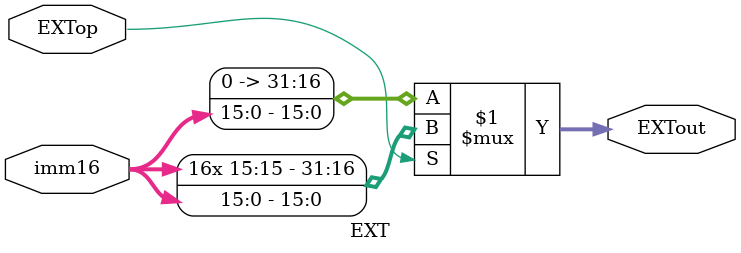
<source format=v>
module EXT (
    input [15:0] imm16,
    input EXTop,
    output [31:0] EXTout
);

    assign EXTout = EXTop ? {{16{imm16[15]}}, imm16} : {{16{1'b0}}, imm16};
    
endmodule
</source>
